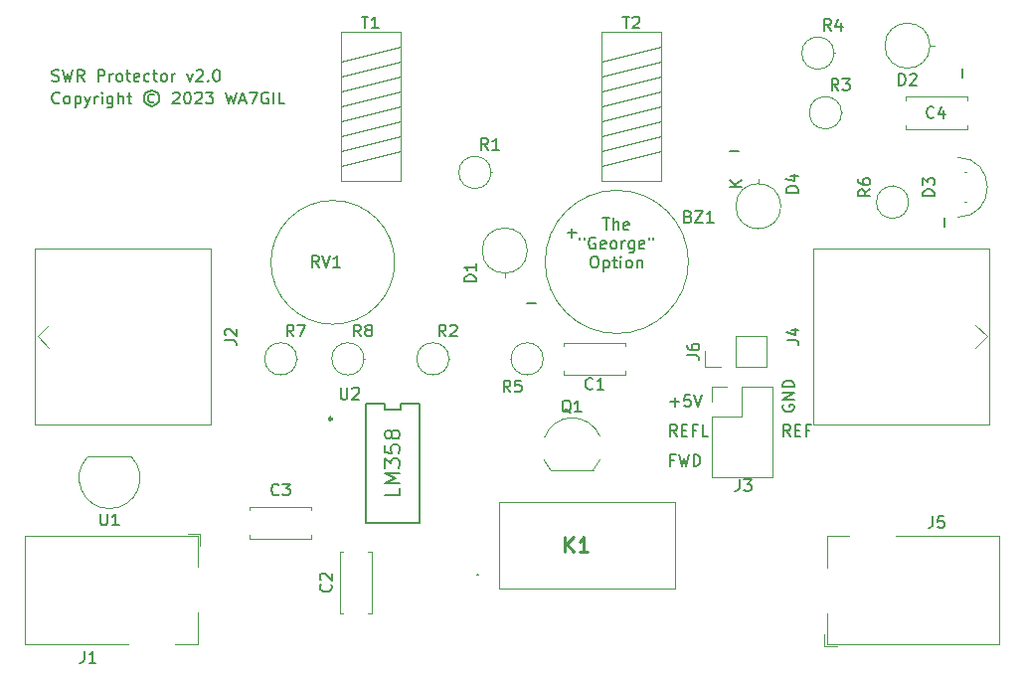
<source format=gbr>
G04 #@! TF.GenerationSoftware,KiCad,Pcbnew,7.0.2-0*
G04 #@! TF.CreationDate,2023-05-29T14:12:07-07:00*
G04 #@! TF.ProjectId,SWR Protector,53575220-5072-46f7-9465-63746f722e6b,v2.0*
G04 #@! TF.SameCoordinates,Original*
G04 #@! TF.FileFunction,Legend,Top*
G04 #@! TF.FilePolarity,Positive*
%FSLAX46Y46*%
G04 Gerber Fmt 4.6, Leading zero omitted, Abs format (unit mm)*
G04 Created by KiCad (PCBNEW 7.0.2-0) date 2023-05-29 14:12:07*
%MOMM*%
%LPD*%
G01*
G04 APERTURE LIST*
%ADD10C,0.150000*%
%ADD11C,0.254000*%
%ADD12C,0.120000*%
%ADD13C,0.200000*%
%ADD14C,0.100000*%
%ADD15C,0.250000*%
G04 APERTURE END LIST*
D10*
X162663333Y-92792619D02*
X163234761Y-92792619D01*
X162949047Y-93792619D02*
X162949047Y-92792619D01*
X163568095Y-93792619D02*
X163568095Y-92792619D01*
X163996666Y-93792619D02*
X163996666Y-93268809D01*
X163996666Y-93268809D02*
X163949047Y-93173571D01*
X163949047Y-93173571D02*
X163853809Y-93125952D01*
X163853809Y-93125952D02*
X163710952Y-93125952D01*
X163710952Y-93125952D02*
X163615714Y-93173571D01*
X163615714Y-93173571D02*
X163568095Y-93221190D01*
X164853809Y-93745000D02*
X164758571Y-93792619D01*
X164758571Y-93792619D02*
X164568095Y-93792619D01*
X164568095Y-93792619D02*
X164472857Y-93745000D01*
X164472857Y-93745000D02*
X164425238Y-93649761D01*
X164425238Y-93649761D02*
X164425238Y-93268809D01*
X164425238Y-93268809D02*
X164472857Y-93173571D01*
X164472857Y-93173571D02*
X164568095Y-93125952D01*
X164568095Y-93125952D02*
X164758571Y-93125952D01*
X164758571Y-93125952D02*
X164853809Y-93173571D01*
X164853809Y-93173571D02*
X164901428Y-93268809D01*
X164901428Y-93268809D02*
X164901428Y-93364047D01*
X164901428Y-93364047D02*
X164425238Y-93459285D01*
X160687142Y-94412619D02*
X160687142Y-94603095D01*
X161068094Y-94412619D02*
X161068094Y-94603095D01*
X162020475Y-94460238D02*
X161925237Y-94412619D01*
X161925237Y-94412619D02*
X161782380Y-94412619D01*
X161782380Y-94412619D02*
X161639523Y-94460238D01*
X161639523Y-94460238D02*
X161544285Y-94555476D01*
X161544285Y-94555476D02*
X161496666Y-94650714D01*
X161496666Y-94650714D02*
X161449047Y-94841190D01*
X161449047Y-94841190D02*
X161449047Y-94984047D01*
X161449047Y-94984047D02*
X161496666Y-95174523D01*
X161496666Y-95174523D02*
X161544285Y-95269761D01*
X161544285Y-95269761D02*
X161639523Y-95365000D01*
X161639523Y-95365000D02*
X161782380Y-95412619D01*
X161782380Y-95412619D02*
X161877618Y-95412619D01*
X161877618Y-95412619D02*
X162020475Y-95365000D01*
X162020475Y-95365000D02*
X162068094Y-95317380D01*
X162068094Y-95317380D02*
X162068094Y-94984047D01*
X162068094Y-94984047D02*
X161877618Y-94984047D01*
X162877618Y-95365000D02*
X162782380Y-95412619D01*
X162782380Y-95412619D02*
X162591904Y-95412619D01*
X162591904Y-95412619D02*
X162496666Y-95365000D01*
X162496666Y-95365000D02*
X162449047Y-95269761D01*
X162449047Y-95269761D02*
X162449047Y-94888809D01*
X162449047Y-94888809D02*
X162496666Y-94793571D01*
X162496666Y-94793571D02*
X162591904Y-94745952D01*
X162591904Y-94745952D02*
X162782380Y-94745952D01*
X162782380Y-94745952D02*
X162877618Y-94793571D01*
X162877618Y-94793571D02*
X162925237Y-94888809D01*
X162925237Y-94888809D02*
X162925237Y-94984047D01*
X162925237Y-94984047D02*
X162449047Y-95079285D01*
X163496666Y-95412619D02*
X163401428Y-95365000D01*
X163401428Y-95365000D02*
X163353809Y-95317380D01*
X163353809Y-95317380D02*
X163306190Y-95222142D01*
X163306190Y-95222142D02*
X163306190Y-94936428D01*
X163306190Y-94936428D02*
X163353809Y-94841190D01*
X163353809Y-94841190D02*
X163401428Y-94793571D01*
X163401428Y-94793571D02*
X163496666Y-94745952D01*
X163496666Y-94745952D02*
X163639523Y-94745952D01*
X163639523Y-94745952D02*
X163734761Y-94793571D01*
X163734761Y-94793571D02*
X163782380Y-94841190D01*
X163782380Y-94841190D02*
X163829999Y-94936428D01*
X163829999Y-94936428D02*
X163829999Y-95222142D01*
X163829999Y-95222142D02*
X163782380Y-95317380D01*
X163782380Y-95317380D02*
X163734761Y-95365000D01*
X163734761Y-95365000D02*
X163639523Y-95412619D01*
X163639523Y-95412619D02*
X163496666Y-95412619D01*
X164258571Y-95412619D02*
X164258571Y-94745952D01*
X164258571Y-94936428D02*
X164306190Y-94841190D01*
X164306190Y-94841190D02*
X164353809Y-94793571D01*
X164353809Y-94793571D02*
X164449047Y-94745952D01*
X164449047Y-94745952D02*
X164544285Y-94745952D01*
X165306190Y-94745952D02*
X165306190Y-95555476D01*
X165306190Y-95555476D02*
X165258571Y-95650714D01*
X165258571Y-95650714D02*
X165210952Y-95698333D01*
X165210952Y-95698333D02*
X165115714Y-95745952D01*
X165115714Y-95745952D02*
X164972857Y-95745952D01*
X164972857Y-95745952D02*
X164877619Y-95698333D01*
X165306190Y-95365000D02*
X165210952Y-95412619D01*
X165210952Y-95412619D02*
X165020476Y-95412619D01*
X165020476Y-95412619D02*
X164925238Y-95365000D01*
X164925238Y-95365000D02*
X164877619Y-95317380D01*
X164877619Y-95317380D02*
X164830000Y-95222142D01*
X164830000Y-95222142D02*
X164830000Y-94936428D01*
X164830000Y-94936428D02*
X164877619Y-94841190D01*
X164877619Y-94841190D02*
X164925238Y-94793571D01*
X164925238Y-94793571D02*
X165020476Y-94745952D01*
X165020476Y-94745952D02*
X165210952Y-94745952D01*
X165210952Y-94745952D02*
X165306190Y-94793571D01*
X166163333Y-95365000D02*
X166068095Y-95412619D01*
X166068095Y-95412619D02*
X165877619Y-95412619D01*
X165877619Y-95412619D02*
X165782381Y-95365000D01*
X165782381Y-95365000D02*
X165734762Y-95269761D01*
X165734762Y-95269761D02*
X165734762Y-94888809D01*
X165734762Y-94888809D02*
X165782381Y-94793571D01*
X165782381Y-94793571D02*
X165877619Y-94745952D01*
X165877619Y-94745952D02*
X166068095Y-94745952D01*
X166068095Y-94745952D02*
X166163333Y-94793571D01*
X166163333Y-94793571D02*
X166210952Y-94888809D01*
X166210952Y-94888809D02*
X166210952Y-94984047D01*
X166210952Y-94984047D02*
X165734762Y-95079285D01*
X166591905Y-94412619D02*
X166591905Y-94603095D01*
X166972857Y-94412619D02*
X166972857Y-94603095D01*
X161853809Y-96032619D02*
X162044285Y-96032619D01*
X162044285Y-96032619D02*
X162139523Y-96080238D01*
X162139523Y-96080238D02*
X162234761Y-96175476D01*
X162234761Y-96175476D02*
X162282380Y-96365952D01*
X162282380Y-96365952D02*
X162282380Y-96699285D01*
X162282380Y-96699285D02*
X162234761Y-96889761D01*
X162234761Y-96889761D02*
X162139523Y-96985000D01*
X162139523Y-96985000D02*
X162044285Y-97032619D01*
X162044285Y-97032619D02*
X161853809Y-97032619D01*
X161853809Y-97032619D02*
X161758571Y-96985000D01*
X161758571Y-96985000D02*
X161663333Y-96889761D01*
X161663333Y-96889761D02*
X161615714Y-96699285D01*
X161615714Y-96699285D02*
X161615714Y-96365952D01*
X161615714Y-96365952D02*
X161663333Y-96175476D01*
X161663333Y-96175476D02*
X161758571Y-96080238D01*
X161758571Y-96080238D02*
X161853809Y-96032619D01*
X162710952Y-96365952D02*
X162710952Y-97365952D01*
X162710952Y-96413571D02*
X162806190Y-96365952D01*
X162806190Y-96365952D02*
X162996666Y-96365952D01*
X162996666Y-96365952D02*
X163091904Y-96413571D01*
X163091904Y-96413571D02*
X163139523Y-96461190D01*
X163139523Y-96461190D02*
X163187142Y-96556428D01*
X163187142Y-96556428D02*
X163187142Y-96842142D01*
X163187142Y-96842142D02*
X163139523Y-96937380D01*
X163139523Y-96937380D02*
X163091904Y-96985000D01*
X163091904Y-96985000D02*
X162996666Y-97032619D01*
X162996666Y-97032619D02*
X162806190Y-97032619D01*
X162806190Y-97032619D02*
X162710952Y-96985000D01*
X163472857Y-96365952D02*
X163853809Y-96365952D01*
X163615714Y-96032619D02*
X163615714Y-96889761D01*
X163615714Y-96889761D02*
X163663333Y-96985000D01*
X163663333Y-96985000D02*
X163758571Y-97032619D01*
X163758571Y-97032619D02*
X163853809Y-97032619D01*
X164187143Y-97032619D02*
X164187143Y-96365952D01*
X164187143Y-96032619D02*
X164139524Y-96080238D01*
X164139524Y-96080238D02*
X164187143Y-96127857D01*
X164187143Y-96127857D02*
X164234762Y-96080238D01*
X164234762Y-96080238D02*
X164187143Y-96032619D01*
X164187143Y-96032619D02*
X164187143Y-96127857D01*
X164806190Y-97032619D02*
X164710952Y-96985000D01*
X164710952Y-96985000D02*
X164663333Y-96937380D01*
X164663333Y-96937380D02*
X164615714Y-96842142D01*
X164615714Y-96842142D02*
X164615714Y-96556428D01*
X164615714Y-96556428D02*
X164663333Y-96461190D01*
X164663333Y-96461190D02*
X164710952Y-96413571D01*
X164710952Y-96413571D02*
X164806190Y-96365952D01*
X164806190Y-96365952D02*
X164949047Y-96365952D01*
X164949047Y-96365952D02*
X165044285Y-96413571D01*
X165044285Y-96413571D02*
X165091904Y-96461190D01*
X165091904Y-96461190D02*
X165139523Y-96556428D01*
X165139523Y-96556428D02*
X165139523Y-96842142D01*
X165139523Y-96842142D02*
X165091904Y-96937380D01*
X165091904Y-96937380D02*
X165044285Y-96985000D01*
X165044285Y-96985000D02*
X164949047Y-97032619D01*
X164949047Y-97032619D02*
X164806190Y-97032619D01*
X165568095Y-96365952D02*
X165568095Y-97032619D01*
X165568095Y-96461190D02*
X165615714Y-96413571D01*
X165615714Y-96413571D02*
X165710952Y-96365952D01*
X165710952Y-96365952D02*
X165853809Y-96365952D01*
X165853809Y-96365952D02*
X165949047Y-96413571D01*
X165949047Y-96413571D02*
X165996666Y-96508809D01*
X165996666Y-96508809D02*
X165996666Y-97032619D01*
X193298666Y-80787904D02*
X193298666Y-80026000D01*
X191774666Y-93487904D02*
X191774666Y-92726000D01*
X173466095Y-87126666D02*
X174228000Y-87126666D01*
X168957523Y-111383619D02*
X168624190Y-110907428D01*
X168386095Y-111383619D02*
X168386095Y-110383619D01*
X168386095Y-110383619D02*
X168767047Y-110383619D01*
X168767047Y-110383619D02*
X168862285Y-110431238D01*
X168862285Y-110431238D02*
X168909904Y-110478857D01*
X168909904Y-110478857D02*
X168957523Y-110574095D01*
X168957523Y-110574095D02*
X168957523Y-110716952D01*
X168957523Y-110716952D02*
X168909904Y-110812190D01*
X168909904Y-110812190D02*
X168862285Y-110859809D01*
X168862285Y-110859809D02*
X168767047Y-110907428D01*
X168767047Y-110907428D02*
X168386095Y-110907428D01*
X169386095Y-110859809D02*
X169719428Y-110859809D01*
X169862285Y-111383619D02*
X169386095Y-111383619D01*
X169386095Y-111383619D02*
X169386095Y-110383619D01*
X169386095Y-110383619D02*
X169862285Y-110383619D01*
X170624190Y-110859809D02*
X170290857Y-110859809D01*
X170290857Y-111383619D02*
X170290857Y-110383619D01*
X170290857Y-110383619D02*
X170767047Y-110383619D01*
X171624190Y-111383619D02*
X171148000Y-111383619D01*
X171148000Y-111383619D02*
X171148000Y-110383619D01*
X168386095Y-108462666D02*
X169148000Y-108462666D01*
X168767047Y-108843619D02*
X168767047Y-108081714D01*
X170100380Y-107843619D02*
X169624190Y-107843619D01*
X169624190Y-107843619D02*
X169576571Y-108319809D01*
X169576571Y-108319809D02*
X169624190Y-108272190D01*
X169624190Y-108272190D02*
X169719428Y-108224571D01*
X169719428Y-108224571D02*
X169957523Y-108224571D01*
X169957523Y-108224571D02*
X170052761Y-108272190D01*
X170052761Y-108272190D02*
X170100380Y-108319809D01*
X170100380Y-108319809D02*
X170147999Y-108415047D01*
X170147999Y-108415047D02*
X170147999Y-108653142D01*
X170147999Y-108653142D02*
X170100380Y-108748380D01*
X170100380Y-108748380D02*
X170052761Y-108796000D01*
X170052761Y-108796000D02*
X169957523Y-108843619D01*
X169957523Y-108843619D02*
X169719428Y-108843619D01*
X169719428Y-108843619D02*
X169624190Y-108796000D01*
X169624190Y-108796000D02*
X169576571Y-108748380D01*
X170433714Y-107843619D02*
X170767047Y-108843619D01*
X170767047Y-108843619D02*
X171100380Y-107843619D01*
X116379523Y-82967380D02*
X116331904Y-83015000D01*
X116331904Y-83015000D02*
X116189047Y-83062619D01*
X116189047Y-83062619D02*
X116093809Y-83062619D01*
X116093809Y-83062619D02*
X115950952Y-83015000D01*
X115950952Y-83015000D02*
X115855714Y-82919761D01*
X115855714Y-82919761D02*
X115808095Y-82824523D01*
X115808095Y-82824523D02*
X115760476Y-82634047D01*
X115760476Y-82634047D02*
X115760476Y-82491190D01*
X115760476Y-82491190D02*
X115808095Y-82300714D01*
X115808095Y-82300714D02*
X115855714Y-82205476D01*
X115855714Y-82205476D02*
X115950952Y-82110238D01*
X115950952Y-82110238D02*
X116093809Y-82062619D01*
X116093809Y-82062619D02*
X116189047Y-82062619D01*
X116189047Y-82062619D02*
X116331904Y-82110238D01*
X116331904Y-82110238D02*
X116379523Y-82157857D01*
X116950952Y-83062619D02*
X116855714Y-83015000D01*
X116855714Y-83015000D02*
X116808095Y-82967380D01*
X116808095Y-82967380D02*
X116760476Y-82872142D01*
X116760476Y-82872142D02*
X116760476Y-82586428D01*
X116760476Y-82586428D02*
X116808095Y-82491190D01*
X116808095Y-82491190D02*
X116855714Y-82443571D01*
X116855714Y-82443571D02*
X116950952Y-82395952D01*
X116950952Y-82395952D02*
X117093809Y-82395952D01*
X117093809Y-82395952D02*
X117189047Y-82443571D01*
X117189047Y-82443571D02*
X117236666Y-82491190D01*
X117236666Y-82491190D02*
X117284285Y-82586428D01*
X117284285Y-82586428D02*
X117284285Y-82872142D01*
X117284285Y-82872142D02*
X117236666Y-82967380D01*
X117236666Y-82967380D02*
X117189047Y-83015000D01*
X117189047Y-83015000D02*
X117093809Y-83062619D01*
X117093809Y-83062619D02*
X116950952Y-83062619D01*
X117712857Y-82395952D02*
X117712857Y-83395952D01*
X117712857Y-82443571D02*
X117808095Y-82395952D01*
X117808095Y-82395952D02*
X117998571Y-82395952D01*
X117998571Y-82395952D02*
X118093809Y-82443571D01*
X118093809Y-82443571D02*
X118141428Y-82491190D01*
X118141428Y-82491190D02*
X118189047Y-82586428D01*
X118189047Y-82586428D02*
X118189047Y-82872142D01*
X118189047Y-82872142D02*
X118141428Y-82967380D01*
X118141428Y-82967380D02*
X118093809Y-83015000D01*
X118093809Y-83015000D02*
X117998571Y-83062619D01*
X117998571Y-83062619D02*
X117808095Y-83062619D01*
X117808095Y-83062619D02*
X117712857Y-83015000D01*
X118522381Y-82395952D02*
X118760476Y-83062619D01*
X118998571Y-82395952D02*
X118760476Y-83062619D01*
X118760476Y-83062619D02*
X118665238Y-83300714D01*
X118665238Y-83300714D02*
X118617619Y-83348333D01*
X118617619Y-83348333D02*
X118522381Y-83395952D01*
X119379524Y-83062619D02*
X119379524Y-82395952D01*
X119379524Y-82586428D02*
X119427143Y-82491190D01*
X119427143Y-82491190D02*
X119474762Y-82443571D01*
X119474762Y-82443571D02*
X119570000Y-82395952D01*
X119570000Y-82395952D02*
X119665238Y-82395952D01*
X119998572Y-83062619D02*
X119998572Y-82395952D01*
X119998572Y-82062619D02*
X119950953Y-82110238D01*
X119950953Y-82110238D02*
X119998572Y-82157857D01*
X119998572Y-82157857D02*
X120046191Y-82110238D01*
X120046191Y-82110238D02*
X119998572Y-82062619D01*
X119998572Y-82062619D02*
X119998572Y-82157857D01*
X120903333Y-82395952D02*
X120903333Y-83205476D01*
X120903333Y-83205476D02*
X120855714Y-83300714D01*
X120855714Y-83300714D02*
X120808095Y-83348333D01*
X120808095Y-83348333D02*
X120712857Y-83395952D01*
X120712857Y-83395952D02*
X120570000Y-83395952D01*
X120570000Y-83395952D02*
X120474762Y-83348333D01*
X120903333Y-83015000D02*
X120808095Y-83062619D01*
X120808095Y-83062619D02*
X120617619Y-83062619D01*
X120617619Y-83062619D02*
X120522381Y-83015000D01*
X120522381Y-83015000D02*
X120474762Y-82967380D01*
X120474762Y-82967380D02*
X120427143Y-82872142D01*
X120427143Y-82872142D02*
X120427143Y-82586428D01*
X120427143Y-82586428D02*
X120474762Y-82491190D01*
X120474762Y-82491190D02*
X120522381Y-82443571D01*
X120522381Y-82443571D02*
X120617619Y-82395952D01*
X120617619Y-82395952D02*
X120808095Y-82395952D01*
X120808095Y-82395952D02*
X120903333Y-82443571D01*
X121379524Y-83062619D02*
X121379524Y-82062619D01*
X121808095Y-83062619D02*
X121808095Y-82538809D01*
X121808095Y-82538809D02*
X121760476Y-82443571D01*
X121760476Y-82443571D02*
X121665238Y-82395952D01*
X121665238Y-82395952D02*
X121522381Y-82395952D01*
X121522381Y-82395952D02*
X121427143Y-82443571D01*
X121427143Y-82443571D02*
X121379524Y-82491190D01*
X122141429Y-82395952D02*
X122522381Y-82395952D01*
X122284286Y-82062619D02*
X122284286Y-82919761D01*
X122284286Y-82919761D02*
X122331905Y-83015000D01*
X122331905Y-83015000D02*
X122427143Y-83062619D01*
X122427143Y-83062619D02*
X122522381Y-83062619D01*
X124427144Y-82300714D02*
X124331905Y-82253095D01*
X124331905Y-82253095D02*
X124141429Y-82253095D01*
X124141429Y-82253095D02*
X124046191Y-82300714D01*
X124046191Y-82300714D02*
X123950953Y-82395952D01*
X123950953Y-82395952D02*
X123903334Y-82491190D01*
X123903334Y-82491190D02*
X123903334Y-82681666D01*
X123903334Y-82681666D02*
X123950953Y-82776904D01*
X123950953Y-82776904D02*
X124046191Y-82872142D01*
X124046191Y-82872142D02*
X124141429Y-82919761D01*
X124141429Y-82919761D02*
X124331905Y-82919761D01*
X124331905Y-82919761D02*
X124427144Y-82872142D01*
X124236667Y-81919761D02*
X123998572Y-81967380D01*
X123998572Y-81967380D02*
X123760477Y-82110238D01*
X123760477Y-82110238D02*
X123617620Y-82348333D01*
X123617620Y-82348333D02*
X123570001Y-82586428D01*
X123570001Y-82586428D02*
X123617620Y-82824523D01*
X123617620Y-82824523D02*
X123760477Y-83062619D01*
X123760477Y-83062619D02*
X123998572Y-83205476D01*
X123998572Y-83205476D02*
X124236667Y-83253095D01*
X124236667Y-83253095D02*
X124474763Y-83205476D01*
X124474763Y-83205476D02*
X124712858Y-83062619D01*
X124712858Y-83062619D02*
X124855715Y-82824523D01*
X124855715Y-82824523D02*
X124903334Y-82586428D01*
X124903334Y-82586428D02*
X124855715Y-82348333D01*
X124855715Y-82348333D02*
X124712858Y-82110238D01*
X124712858Y-82110238D02*
X124474763Y-81967380D01*
X124474763Y-81967380D02*
X124236667Y-81919761D01*
X126046192Y-82157857D02*
X126093811Y-82110238D01*
X126093811Y-82110238D02*
X126189049Y-82062619D01*
X126189049Y-82062619D02*
X126427144Y-82062619D01*
X126427144Y-82062619D02*
X126522382Y-82110238D01*
X126522382Y-82110238D02*
X126570001Y-82157857D01*
X126570001Y-82157857D02*
X126617620Y-82253095D01*
X126617620Y-82253095D02*
X126617620Y-82348333D01*
X126617620Y-82348333D02*
X126570001Y-82491190D01*
X126570001Y-82491190D02*
X125998573Y-83062619D01*
X125998573Y-83062619D02*
X126617620Y-83062619D01*
X127236668Y-82062619D02*
X127331906Y-82062619D01*
X127331906Y-82062619D02*
X127427144Y-82110238D01*
X127427144Y-82110238D02*
X127474763Y-82157857D01*
X127474763Y-82157857D02*
X127522382Y-82253095D01*
X127522382Y-82253095D02*
X127570001Y-82443571D01*
X127570001Y-82443571D02*
X127570001Y-82681666D01*
X127570001Y-82681666D02*
X127522382Y-82872142D01*
X127522382Y-82872142D02*
X127474763Y-82967380D01*
X127474763Y-82967380D02*
X127427144Y-83015000D01*
X127427144Y-83015000D02*
X127331906Y-83062619D01*
X127331906Y-83062619D02*
X127236668Y-83062619D01*
X127236668Y-83062619D02*
X127141430Y-83015000D01*
X127141430Y-83015000D02*
X127093811Y-82967380D01*
X127093811Y-82967380D02*
X127046192Y-82872142D01*
X127046192Y-82872142D02*
X126998573Y-82681666D01*
X126998573Y-82681666D02*
X126998573Y-82443571D01*
X126998573Y-82443571D02*
X127046192Y-82253095D01*
X127046192Y-82253095D02*
X127093811Y-82157857D01*
X127093811Y-82157857D02*
X127141430Y-82110238D01*
X127141430Y-82110238D02*
X127236668Y-82062619D01*
X127950954Y-82157857D02*
X127998573Y-82110238D01*
X127998573Y-82110238D02*
X128093811Y-82062619D01*
X128093811Y-82062619D02*
X128331906Y-82062619D01*
X128331906Y-82062619D02*
X128427144Y-82110238D01*
X128427144Y-82110238D02*
X128474763Y-82157857D01*
X128474763Y-82157857D02*
X128522382Y-82253095D01*
X128522382Y-82253095D02*
X128522382Y-82348333D01*
X128522382Y-82348333D02*
X128474763Y-82491190D01*
X128474763Y-82491190D02*
X127903335Y-83062619D01*
X127903335Y-83062619D02*
X128522382Y-83062619D01*
X128855716Y-82062619D02*
X129474763Y-82062619D01*
X129474763Y-82062619D02*
X129141430Y-82443571D01*
X129141430Y-82443571D02*
X129284287Y-82443571D01*
X129284287Y-82443571D02*
X129379525Y-82491190D01*
X129379525Y-82491190D02*
X129427144Y-82538809D01*
X129427144Y-82538809D02*
X129474763Y-82634047D01*
X129474763Y-82634047D02*
X129474763Y-82872142D01*
X129474763Y-82872142D02*
X129427144Y-82967380D01*
X129427144Y-82967380D02*
X129379525Y-83015000D01*
X129379525Y-83015000D02*
X129284287Y-83062619D01*
X129284287Y-83062619D02*
X128998573Y-83062619D01*
X128998573Y-83062619D02*
X128903335Y-83015000D01*
X128903335Y-83015000D02*
X128855716Y-82967380D01*
X130570002Y-82062619D02*
X130808097Y-83062619D01*
X130808097Y-83062619D02*
X130998573Y-82348333D01*
X130998573Y-82348333D02*
X131189049Y-83062619D01*
X131189049Y-83062619D02*
X131427145Y-82062619D01*
X131760478Y-82776904D02*
X132236668Y-82776904D01*
X131665240Y-83062619D02*
X131998573Y-82062619D01*
X131998573Y-82062619D02*
X132331906Y-83062619D01*
X132570002Y-82062619D02*
X133236668Y-82062619D01*
X133236668Y-82062619D02*
X132808097Y-83062619D01*
X134141430Y-82110238D02*
X134046192Y-82062619D01*
X134046192Y-82062619D02*
X133903335Y-82062619D01*
X133903335Y-82062619D02*
X133760478Y-82110238D01*
X133760478Y-82110238D02*
X133665240Y-82205476D01*
X133665240Y-82205476D02*
X133617621Y-82300714D01*
X133617621Y-82300714D02*
X133570002Y-82491190D01*
X133570002Y-82491190D02*
X133570002Y-82634047D01*
X133570002Y-82634047D02*
X133617621Y-82824523D01*
X133617621Y-82824523D02*
X133665240Y-82919761D01*
X133665240Y-82919761D02*
X133760478Y-83015000D01*
X133760478Y-83015000D02*
X133903335Y-83062619D01*
X133903335Y-83062619D02*
X133998573Y-83062619D01*
X133998573Y-83062619D02*
X134141430Y-83015000D01*
X134141430Y-83015000D02*
X134189049Y-82967380D01*
X134189049Y-82967380D02*
X134189049Y-82634047D01*
X134189049Y-82634047D02*
X133998573Y-82634047D01*
X134617621Y-83062619D02*
X134617621Y-82062619D01*
X135570001Y-83062619D02*
X135093811Y-83062619D01*
X135093811Y-83062619D02*
X135093811Y-82062619D01*
X177995238Y-108712095D02*
X177947619Y-108807333D01*
X177947619Y-108807333D02*
X177947619Y-108950190D01*
X177947619Y-108950190D02*
X177995238Y-109093047D01*
X177995238Y-109093047D02*
X178090476Y-109188285D01*
X178090476Y-109188285D02*
X178185714Y-109235904D01*
X178185714Y-109235904D02*
X178376190Y-109283523D01*
X178376190Y-109283523D02*
X178519047Y-109283523D01*
X178519047Y-109283523D02*
X178709523Y-109235904D01*
X178709523Y-109235904D02*
X178804761Y-109188285D01*
X178804761Y-109188285D02*
X178900000Y-109093047D01*
X178900000Y-109093047D02*
X178947619Y-108950190D01*
X178947619Y-108950190D02*
X178947619Y-108854952D01*
X178947619Y-108854952D02*
X178900000Y-108712095D01*
X178900000Y-108712095D02*
X178852380Y-108664476D01*
X178852380Y-108664476D02*
X178519047Y-108664476D01*
X178519047Y-108664476D02*
X178519047Y-108854952D01*
X178947619Y-108235904D02*
X177947619Y-108235904D01*
X177947619Y-108235904D02*
X178947619Y-107664476D01*
X178947619Y-107664476D02*
X177947619Y-107664476D01*
X178947619Y-107188285D02*
X177947619Y-107188285D01*
X177947619Y-107188285D02*
X177947619Y-106950190D01*
X177947619Y-106950190D02*
X177995238Y-106807333D01*
X177995238Y-106807333D02*
X178090476Y-106712095D01*
X178090476Y-106712095D02*
X178185714Y-106664476D01*
X178185714Y-106664476D02*
X178376190Y-106616857D01*
X178376190Y-106616857D02*
X178519047Y-106616857D01*
X178519047Y-106616857D02*
X178709523Y-106664476D01*
X178709523Y-106664476D02*
X178804761Y-106712095D01*
X178804761Y-106712095D02*
X178900000Y-106807333D01*
X178900000Y-106807333D02*
X178947619Y-106950190D01*
X178947619Y-106950190D02*
X178947619Y-107188285D01*
X178609523Y-111383619D02*
X178276190Y-110907428D01*
X178038095Y-111383619D02*
X178038095Y-110383619D01*
X178038095Y-110383619D02*
X178419047Y-110383619D01*
X178419047Y-110383619D02*
X178514285Y-110431238D01*
X178514285Y-110431238D02*
X178561904Y-110478857D01*
X178561904Y-110478857D02*
X178609523Y-110574095D01*
X178609523Y-110574095D02*
X178609523Y-110716952D01*
X178609523Y-110716952D02*
X178561904Y-110812190D01*
X178561904Y-110812190D02*
X178514285Y-110859809D01*
X178514285Y-110859809D02*
X178419047Y-110907428D01*
X178419047Y-110907428D02*
X178038095Y-110907428D01*
X179038095Y-110859809D02*
X179371428Y-110859809D01*
X179514285Y-111383619D02*
X179038095Y-111383619D01*
X179038095Y-111383619D02*
X179038095Y-110383619D01*
X179038095Y-110383619D02*
X179514285Y-110383619D01*
X180276190Y-110859809D02*
X179942857Y-110859809D01*
X179942857Y-111383619D02*
X179942857Y-110383619D01*
X179942857Y-110383619D02*
X180419047Y-110383619D01*
X168719428Y-113399809D02*
X168386095Y-113399809D01*
X168386095Y-113923619D02*
X168386095Y-112923619D01*
X168386095Y-112923619D02*
X168862285Y-112923619D01*
X169148000Y-112923619D02*
X169386095Y-113923619D01*
X169386095Y-113923619D02*
X169576571Y-113209333D01*
X169576571Y-113209333D02*
X169767047Y-113923619D01*
X169767047Y-113923619D02*
X170005143Y-112923619D01*
X170386095Y-113923619D02*
X170386095Y-112923619D01*
X170386095Y-112923619D02*
X170624190Y-112923619D01*
X170624190Y-112923619D02*
X170767047Y-112971238D01*
X170767047Y-112971238D02*
X170862285Y-113066476D01*
X170862285Y-113066476D02*
X170909904Y-113161714D01*
X170909904Y-113161714D02*
X170957523Y-113352190D01*
X170957523Y-113352190D02*
X170957523Y-113495047D01*
X170957523Y-113495047D02*
X170909904Y-113685523D01*
X170909904Y-113685523D02*
X170862285Y-113780761D01*
X170862285Y-113780761D02*
X170767047Y-113876000D01*
X170767047Y-113876000D02*
X170624190Y-113923619D01*
X170624190Y-113923619D02*
X170386095Y-113923619D01*
X115760476Y-81110000D02*
X115903333Y-81157619D01*
X115903333Y-81157619D02*
X116141428Y-81157619D01*
X116141428Y-81157619D02*
X116236666Y-81110000D01*
X116236666Y-81110000D02*
X116284285Y-81062380D01*
X116284285Y-81062380D02*
X116331904Y-80967142D01*
X116331904Y-80967142D02*
X116331904Y-80871904D01*
X116331904Y-80871904D02*
X116284285Y-80776666D01*
X116284285Y-80776666D02*
X116236666Y-80729047D01*
X116236666Y-80729047D02*
X116141428Y-80681428D01*
X116141428Y-80681428D02*
X115950952Y-80633809D01*
X115950952Y-80633809D02*
X115855714Y-80586190D01*
X115855714Y-80586190D02*
X115808095Y-80538571D01*
X115808095Y-80538571D02*
X115760476Y-80443333D01*
X115760476Y-80443333D02*
X115760476Y-80348095D01*
X115760476Y-80348095D02*
X115808095Y-80252857D01*
X115808095Y-80252857D02*
X115855714Y-80205238D01*
X115855714Y-80205238D02*
X115950952Y-80157619D01*
X115950952Y-80157619D02*
X116189047Y-80157619D01*
X116189047Y-80157619D02*
X116331904Y-80205238D01*
X116665238Y-80157619D02*
X116903333Y-81157619D01*
X116903333Y-81157619D02*
X117093809Y-80443333D01*
X117093809Y-80443333D02*
X117284285Y-81157619D01*
X117284285Y-81157619D02*
X117522381Y-80157619D01*
X118474761Y-81157619D02*
X118141428Y-80681428D01*
X117903333Y-81157619D02*
X117903333Y-80157619D01*
X117903333Y-80157619D02*
X118284285Y-80157619D01*
X118284285Y-80157619D02*
X118379523Y-80205238D01*
X118379523Y-80205238D02*
X118427142Y-80252857D01*
X118427142Y-80252857D02*
X118474761Y-80348095D01*
X118474761Y-80348095D02*
X118474761Y-80490952D01*
X118474761Y-80490952D02*
X118427142Y-80586190D01*
X118427142Y-80586190D02*
X118379523Y-80633809D01*
X118379523Y-80633809D02*
X118284285Y-80681428D01*
X118284285Y-80681428D02*
X117903333Y-80681428D01*
X119665238Y-81157619D02*
X119665238Y-80157619D01*
X119665238Y-80157619D02*
X120046190Y-80157619D01*
X120046190Y-80157619D02*
X120141428Y-80205238D01*
X120141428Y-80205238D02*
X120189047Y-80252857D01*
X120189047Y-80252857D02*
X120236666Y-80348095D01*
X120236666Y-80348095D02*
X120236666Y-80490952D01*
X120236666Y-80490952D02*
X120189047Y-80586190D01*
X120189047Y-80586190D02*
X120141428Y-80633809D01*
X120141428Y-80633809D02*
X120046190Y-80681428D01*
X120046190Y-80681428D02*
X119665238Y-80681428D01*
X120665238Y-81157619D02*
X120665238Y-80490952D01*
X120665238Y-80681428D02*
X120712857Y-80586190D01*
X120712857Y-80586190D02*
X120760476Y-80538571D01*
X120760476Y-80538571D02*
X120855714Y-80490952D01*
X120855714Y-80490952D02*
X120950952Y-80490952D01*
X121427143Y-81157619D02*
X121331905Y-81110000D01*
X121331905Y-81110000D02*
X121284286Y-81062380D01*
X121284286Y-81062380D02*
X121236667Y-80967142D01*
X121236667Y-80967142D02*
X121236667Y-80681428D01*
X121236667Y-80681428D02*
X121284286Y-80586190D01*
X121284286Y-80586190D02*
X121331905Y-80538571D01*
X121331905Y-80538571D02*
X121427143Y-80490952D01*
X121427143Y-80490952D02*
X121570000Y-80490952D01*
X121570000Y-80490952D02*
X121665238Y-80538571D01*
X121665238Y-80538571D02*
X121712857Y-80586190D01*
X121712857Y-80586190D02*
X121760476Y-80681428D01*
X121760476Y-80681428D02*
X121760476Y-80967142D01*
X121760476Y-80967142D02*
X121712857Y-81062380D01*
X121712857Y-81062380D02*
X121665238Y-81110000D01*
X121665238Y-81110000D02*
X121570000Y-81157619D01*
X121570000Y-81157619D02*
X121427143Y-81157619D01*
X122046191Y-80490952D02*
X122427143Y-80490952D01*
X122189048Y-80157619D02*
X122189048Y-81014761D01*
X122189048Y-81014761D02*
X122236667Y-81110000D01*
X122236667Y-81110000D02*
X122331905Y-81157619D01*
X122331905Y-81157619D02*
X122427143Y-81157619D01*
X123141429Y-81110000D02*
X123046191Y-81157619D01*
X123046191Y-81157619D02*
X122855715Y-81157619D01*
X122855715Y-81157619D02*
X122760477Y-81110000D01*
X122760477Y-81110000D02*
X122712858Y-81014761D01*
X122712858Y-81014761D02*
X122712858Y-80633809D01*
X122712858Y-80633809D02*
X122760477Y-80538571D01*
X122760477Y-80538571D02*
X122855715Y-80490952D01*
X122855715Y-80490952D02*
X123046191Y-80490952D01*
X123046191Y-80490952D02*
X123141429Y-80538571D01*
X123141429Y-80538571D02*
X123189048Y-80633809D01*
X123189048Y-80633809D02*
X123189048Y-80729047D01*
X123189048Y-80729047D02*
X122712858Y-80824285D01*
X124046191Y-81110000D02*
X123950953Y-81157619D01*
X123950953Y-81157619D02*
X123760477Y-81157619D01*
X123760477Y-81157619D02*
X123665239Y-81110000D01*
X123665239Y-81110000D02*
X123617620Y-81062380D01*
X123617620Y-81062380D02*
X123570001Y-80967142D01*
X123570001Y-80967142D02*
X123570001Y-80681428D01*
X123570001Y-80681428D02*
X123617620Y-80586190D01*
X123617620Y-80586190D02*
X123665239Y-80538571D01*
X123665239Y-80538571D02*
X123760477Y-80490952D01*
X123760477Y-80490952D02*
X123950953Y-80490952D01*
X123950953Y-80490952D02*
X124046191Y-80538571D01*
X124331906Y-80490952D02*
X124712858Y-80490952D01*
X124474763Y-80157619D02*
X124474763Y-81014761D01*
X124474763Y-81014761D02*
X124522382Y-81110000D01*
X124522382Y-81110000D02*
X124617620Y-81157619D01*
X124617620Y-81157619D02*
X124712858Y-81157619D01*
X125189049Y-81157619D02*
X125093811Y-81110000D01*
X125093811Y-81110000D02*
X125046192Y-81062380D01*
X125046192Y-81062380D02*
X124998573Y-80967142D01*
X124998573Y-80967142D02*
X124998573Y-80681428D01*
X124998573Y-80681428D02*
X125046192Y-80586190D01*
X125046192Y-80586190D02*
X125093811Y-80538571D01*
X125093811Y-80538571D02*
X125189049Y-80490952D01*
X125189049Y-80490952D02*
X125331906Y-80490952D01*
X125331906Y-80490952D02*
X125427144Y-80538571D01*
X125427144Y-80538571D02*
X125474763Y-80586190D01*
X125474763Y-80586190D02*
X125522382Y-80681428D01*
X125522382Y-80681428D02*
X125522382Y-80967142D01*
X125522382Y-80967142D02*
X125474763Y-81062380D01*
X125474763Y-81062380D02*
X125427144Y-81110000D01*
X125427144Y-81110000D02*
X125331906Y-81157619D01*
X125331906Y-81157619D02*
X125189049Y-81157619D01*
X125950954Y-81157619D02*
X125950954Y-80490952D01*
X125950954Y-80681428D02*
X125998573Y-80586190D01*
X125998573Y-80586190D02*
X126046192Y-80538571D01*
X126046192Y-80538571D02*
X126141430Y-80490952D01*
X126141430Y-80490952D02*
X126236668Y-80490952D01*
X127236669Y-80490952D02*
X127474764Y-81157619D01*
X127474764Y-81157619D02*
X127712859Y-80490952D01*
X128046193Y-80252857D02*
X128093812Y-80205238D01*
X128093812Y-80205238D02*
X128189050Y-80157619D01*
X128189050Y-80157619D02*
X128427145Y-80157619D01*
X128427145Y-80157619D02*
X128522383Y-80205238D01*
X128522383Y-80205238D02*
X128570002Y-80252857D01*
X128570002Y-80252857D02*
X128617621Y-80348095D01*
X128617621Y-80348095D02*
X128617621Y-80443333D01*
X128617621Y-80443333D02*
X128570002Y-80586190D01*
X128570002Y-80586190D02*
X127998574Y-81157619D01*
X127998574Y-81157619D02*
X128617621Y-81157619D01*
X129046193Y-81062380D02*
X129093812Y-81110000D01*
X129093812Y-81110000D02*
X129046193Y-81157619D01*
X129046193Y-81157619D02*
X128998574Y-81110000D01*
X128998574Y-81110000D02*
X129046193Y-81062380D01*
X129046193Y-81062380D02*
X129046193Y-81157619D01*
X129712859Y-80157619D02*
X129808097Y-80157619D01*
X129808097Y-80157619D02*
X129903335Y-80205238D01*
X129903335Y-80205238D02*
X129950954Y-80252857D01*
X129950954Y-80252857D02*
X129998573Y-80348095D01*
X129998573Y-80348095D02*
X130046192Y-80538571D01*
X130046192Y-80538571D02*
X130046192Y-80776666D01*
X130046192Y-80776666D02*
X129998573Y-80967142D01*
X129998573Y-80967142D02*
X129950954Y-81062380D01*
X129950954Y-81062380D02*
X129903335Y-81110000D01*
X129903335Y-81110000D02*
X129808097Y-81157619D01*
X129808097Y-81157619D02*
X129712859Y-81157619D01*
X129712859Y-81157619D02*
X129617621Y-81110000D01*
X129617621Y-81110000D02*
X129570002Y-81062380D01*
X129570002Y-81062380D02*
X129522383Y-80967142D01*
X129522383Y-80967142D02*
X129474764Y-80776666D01*
X129474764Y-80776666D02*
X129474764Y-80538571D01*
X129474764Y-80538571D02*
X129522383Y-80348095D01*
X129522383Y-80348095D02*
X129570002Y-80252857D01*
X129570002Y-80252857D02*
X129617621Y-80205238D01*
X129617621Y-80205238D02*
X129712859Y-80157619D01*
X156194095Y-100080666D02*
X156956000Y-100080666D01*
X190841333Y-84187380D02*
X190793714Y-84235000D01*
X190793714Y-84235000D02*
X190650857Y-84282619D01*
X190650857Y-84282619D02*
X190555619Y-84282619D01*
X190555619Y-84282619D02*
X190412762Y-84235000D01*
X190412762Y-84235000D02*
X190317524Y-84139761D01*
X190317524Y-84139761D02*
X190269905Y-84044523D01*
X190269905Y-84044523D02*
X190222286Y-83854047D01*
X190222286Y-83854047D02*
X190222286Y-83711190D01*
X190222286Y-83711190D02*
X190269905Y-83520714D01*
X190269905Y-83520714D02*
X190317524Y-83425476D01*
X190317524Y-83425476D02*
X190412762Y-83330238D01*
X190412762Y-83330238D02*
X190555619Y-83282619D01*
X190555619Y-83282619D02*
X190650857Y-83282619D01*
X190650857Y-83282619D02*
X190793714Y-83330238D01*
X190793714Y-83330238D02*
X190841333Y-83377857D01*
X191698476Y-83615952D02*
X191698476Y-84282619D01*
X191460381Y-83235000D02*
X191222286Y-83949285D01*
X191222286Y-83949285D02*
X191841333Y-83949285D01*
X154773333Y-107607619D02*
X154440000Y-107131428D01*
X154201905Y-107607619D02*
X154201905Y-106607619D01*
X154201905Y-106607619D02*
X154582857Y-106607619D01*
X154582857Y-106607619D02*
X154678095Y-106655238D01*
X154678095Y-106655238D02*
X154725714Y-106702857D01*
X154725714Y-106702857D02*
X154773333Y-106798095D01*
X154773333Y-106798095D02*
X154773333Y-106940952D01*
X154773333Y-106940952D02*
X154725714Y-107036190D01*
X154725714Y-107036190D02*
X154678095Y-107083809D01*
X154678095Y-107083809D02*
X154582857Y-107131428D01*
X154582857Y-107131428D02*
X154201905Y-107131428D01*
X155678095Y-106607619D02*
X155201905Y-106607619D01*
X155201905Y-106607619D02*
X155154286Y-107083809D01*
X155154286Y-107083809D02*
X155201905Y-107036190D01*
X155201905Y-107036190D02*
X155297143Y-106988571D01*
X155297143Y-106988571D02*
X155535238Y-106988571D01*
X155535238Y-106988571D02*
X155630476Y-107036190D01*
X155630476Y-107036190D02*
X155678095Y-107083809D01*
X155678095Y-107083809D02*
X155725714Y-107179047D01*
X155725714Y-107179047D02*
X155725714Y-107417142D01*
X155725714Y-107417142D02*
X155678095Y-107512380D01*
X155678095Y-107512380D02*
X155630476Y-107560000D01*
X155630476Y-107560000D02*
X155535238Y-107607619D01*
X155535238Y-107607619D02*
X155297143Y-107607619D01*
X155297143Y-107607619D02*
X155201905Y-107560000D01*
X155201905Y-107560000D02*
X155154286Y-107512380D01*
X182078333Y-76832619D02*
X181745000Y-76356428D01*
X181506905Y-76832619D02*
X181506905Y-75832619D01*
X181506905Y-75832619D02*
X181887857Y-75832619D01*
X181887857Y-75832619D02*
X181983095Y-75880238D01*
X181983095Y-75880238D02*
X182030714Y-75927857D01*
X182030714Y-75927857D02*
X182078333Y-76023095D01*
X182078333Y-76023095D02*
X182078333Y-76165952D01*
X182078333Y-76165952D02*
X182030714Y-76261190D01*
X182030714Y-76261190D02*
X181983095Y-76308809D01*
X181983095Y-76308809D02*
X181887857Y-76356428D01*
X181887857Y-76356428D02*
X181506905Y-76356428D01*
X182935476Y-76165952D02*
X182935476Y-76832619D01*
X182697381Y-75785000D02*
X182459286Y-76499285D01*
X182459286Y-76499285D02*
X183078333Y-76499285D01*
X152868333Y-86992619D02*
X152535000Y-86516428D01*
X152296905Y-86992619D02*
X152296905Y-85992619D01*
X152296905Y-85992619D02*
X152677857Y-85992619D01*
X152677857Y-85992619D02*
X152773095Y-86040238D01*
X152773095Y-86040238D02*
X152820714Y-86087857D01*
X152820714Y-86087857D02*
X152868333Y-86183095D01*
X152868333Y-86183095D02*
X152868333Y-86325952D01*
X152868333Y-86325952D02*
X152820714Y-86421190D01*
X152820714Y-86421190D02*
X152773095Y-86468809D01*
X152773095Y-86468809D02*
X152677857Y-86516428D01*
X152677857Y-86516428D02*
X152296905Y-86516428D01*
X153820714Y-86992619D02*
X153249286Y-86992619D01*
X153535000Y-86992619D02*
X153535000Y-85992619D01*
X153535000Y-85992619D02*
X153439762Y-86135476D01*
X153439762Y-86135476D02*
X153344524Y-86230714D01*
X153344524Y-86230714D02*
X153249286Y-86278333D01*
X139472380Y-123991666D02*
X139520000Y-124039285D01*
X139520000Y-124039285D02*
X139567619Y-124182142D01*
X139567619Y-124182142D02*
X139567619Y-124277380D01*
X139567619Y-124277380D02*
X139520000Y-124420237D01*
X139520000Y-124420237D02*
X139424761Y-124515475D01*
X139424761Y-124515475D02*
X139329523Y-124563094D01*
X139329523Y-124563094D02*
X139139047Y-124610713D01*
X139139047Y-124610713D02*
X138996190Y-124610713D01*
X138996190Y-124610713D02*
X138805714Y-124563094D01*
X138805714Y-124563094D02*
X138710476Y-124515475D01*
X138710476Y-124515475D02*
X138615238Y-124420237D01*
X138615238Y-124420237D02*
X138567619Y-124277380D01*
X138567619Y-124277380D02*
X138567619Y-124182142D01*
X138567619Y-124182142D02*
X138615238Y-124039285D01*
X138615238Y-124039285D02*
X138662857Y-123991666D01*
X138662857Y-123610713D02*
X138615238Y-123563094D01*
X138615238Y-123563094D02*
X138567619Y-123467856D01*
X138567619Y-123467856D02*
X138567619Y-123229761D01*
X138567619Y-123229761D02*
X138615238Y-123134523D01*
X138615238Y-123134523D02*
X138662857Y-123086904D01*
X138662857Y-123086904D02*
X138758095Y-123039285D01*
X138758095Y-123039285D02*
X138853333Y-123039285D01*
X138853333Y-123039285D02*
X138996190Y-123086904D01*
X138996190Y-123086904D02*
X139567619Y-123658332D01*
X139567619Y-123658332D02*
X139567619Y-123039285D01*
X164338095Y-75622619D02*
X164909523Y-75622619D01*
X164623809Y-76622619D02*
X164623809Y-75622619D01*
X165195238Y-75717857D02*
X165242857Y-75670238D01*
X165242857Y-75670238D02*
X165338095Y-75622619D01*
X165338095Y-75622619D02*
X165576190Y-75622619D01*
X165576190Y-75622619D02*
X165671428Y-75670238D01*
X165671428Y-75670238D02*
X165719047Y-75717857D01*
X165719047Y-75717857D02*
X165766666Y-75813095D01*
X165766666Y-75813095D02*
X165766666Y-75908333D01*
X165766666Y-75908333D02*
X165719047Y-76051190D01*
X165719047Y-76051190D02*
X165147619Y-76622619D01*
X165147619Y-76622619D02*
X165766666Y-76622619D01*
X178342619Y-103203333D02*
X179056904Y-103203333D01*
X179056904Y-103203333D02*
X179199761Y-103250952D01*
X179199761Y-103250952D02*
X179295000Y-103346190D01*
X179295000Y-103346190D02*
X179342619Y-103489047D01*
X179342619Y-103489047D02*
X179342619Y-103584285D01*
X178675952Y-102298571D02*
X179342619Y-102298571D01*
X178295000Y-102536666D02*
X179009285Y-102774761D01*
X179009285Y-102774761D02*
X179009285Y-102155714D01*
D11*
X159427618Y-121237526D02*
X159427618Y-119967526D01*
X160153333Y-121237526D02*
X159609047Y-120511811D01*
X160153333Y-119967526D02*
X159427618Y-120693240D01*
X161362857Y-121237526D02*
X160637142Y-121237526D01*
X160999999Y-121237526D02*
X160999999Y-119967526D01*
X160999999Y-119967526D02*
X160879047Y-120148954D01*
X160879047Y-120148954D02*
X160758095Y-120269907D01*
X160758095Y-120269907D02*
X160637142Y-120330383D01*
D10*
X142113095Y-75622619D02*
X142684523Y-75622619D01*
X142398809Y-76622619D02*
X142398809Y-75622619D01*
X143541666Y-76622619D02*
X142970238Y-76622619D01*
X143255952Y-76622619D02*
X143255952Y-75622619D01*
X143255952Y-75622619D02*
X143160714Y-75765476D01*
X143160714Y-75765476D02*
X143065476Y-75860714D01*
X143065476Y-75860714D02*
X142970238Y-75908333D01*
X169847619Y-104473333D02*
X170561904Y-104473333D01*
X170561904Y-104473333D02*
X170704761Y-104520952D01*
X170704761Y-104520952D02*
X170800000Y-104616190D01*
X170800000Y-104616190D02*
X170847619Y-104759047D01*
X170847619Y-104759047D02*
X170847619Y-104854285D01*
X169847619Y-103568571D02*
X169847619Y-103759047D01*
X169847619Y-103759047D02*
X169895238Y-103854285D01*
X169895238Y-103854285D02*
X169942857Y-103901904D01*
X169942857Y-103901904D02*
X170085714Y-103997142D01*
X170085714Y-103997142D02*
X170276190Y-104044761D01*
X170276190Y-104044761D02*
X170657142Y-104044761D01*
X170657142Y-104044761D02*
X170752380Y-103997142D01*
X170752380Y-103997142D02*
X170800000Y-103949523D01*
X170800000Y-103949523D02*
X170847619Y-103854285D01*
X170847619Y-103854285D02*
X170847619Y-103663809D01*
X170847619Y-103663809D02*
X170800000Y-103568571D01*
X170800000Y-103568571D02*
X170752380Y-103520952D01*
X170752380Y-103520952D02*
X170657142Y-103473333D01*
X170657142Y-103473333D02*
X170419047Y-103473333D01*
X170419047Y-103473333D02*
X170323809Y-103520952D01*
X170323809Y-103520952D02*
X170276190Y-103568571D01*
X170276190Y-103568571D02*
X170228571Y-103663809D01*
X170228571Y-103663809D02*
X170228571Y-103854285D01*
X170228571Y-103854285D02*
X170276190Y-103949523D01*
X170276190Y-103949523D02*
X170323809Y-103997142D01*
X170323809Y-103997142D02*
X170419047Y-104044761D01*
X149283333Y-102867619D02*
X148950000Y-102391428D01*
X148711905Y-102867619D02*
X148711905Y-101867619D01*
X148711905Y-101867619D02*
X149092857Y-101867619D01*
X149092857Y-101867619D02*
X149188095Y-101915238D01*
X149188095Y-101915238D02*
X149235714Y-101962857D01*
X149235714Y-101962857D02*
X149283333Y-102058095D01*
X149283333Y-102058095D02*
X149283333Y-102200952D01*
X149283333Y-102200952D02*
X149235714Y-102296190D01*
X149235714Y-102296190D02*
X149188095Y-102343809D01*
X149188095Y-102343809D02*
X149092857Y-102391428D01*
X149092857Y-102391428D02*
X148711905Y-102391428D01*
X149664286Y-101962857D02*
X149711905Y-101915238D01*
X149711905Y-101915238D02*
X149807143Y-101867619D01*
X149807143Y-101867619D02*
X150045238Y-101867619D01*
X150045238Y-101867619D02*
X150140476Y-101915238D01*
X150140476Y-101915238D02*
X150188095Y-101962857D01*
X150188095Y-101962857D02*
X150235714Y-102058095D01*
X150235714Y-102058095D02*
X150235714Y-102153333D01*
X150235714Y-102153333D02*
X150188095Y-102296190D01*
X150188095Y-102296190D02*
X149616667Y-102867619D01*
X149616667Y-102867619D02*
X150235714Y-102867619D01*
X138469761Y-96982619D02*
X138136428Y-96506428D01*
X137898333Y-96982619D02*
X137898333Y-95982619D01*
X137898333Y-95982619D02*
X138279285Y-95982619D01*
X138279285Y-95982619D02*
X138374523Y-96030238D01*
X138374523Y-96030238D02*
X138422142Y-96077857D01*
X138422142Y-96077857D02*
X138469761Y-96173095D01*
X138469761Y-96173095D02*
X138469761Y-96315952D01*
X138469761Y-96315952D02*
X138422142Y-96411190D01*
X138422142Y-96411190D02*
X138374523Y-96458809D01*
X138374523Y-96458809D02*
X138279285Y-96506428D01*
X138279285Y-96506428D02*
X137898333Y-96506428D01*
X138755476Y-95982619D02*
X139088809Y-96982619D01*
X139088809Y-96982619D02*
X139422142Y-95982619D01*
X140279285Y-96982619D02*
X139707857Y-96982619D01*
X139993571Y-96982619D02*
X139993571Y-95982619D01*
X139993571Y-95982619D02*
X139898333Y-96125476D01*
X139898333Y-96125476D02*
X139803095Y-96220714D01*
X139803095Y-96220714D02*
X139707857Y-96268333D01*
X179277619Y-90608094D02*
X178277619Y-90608094D01*
X178277619Y-90608094D02*
X178277619Y-90369999D01*
X178277619Y-90369999D02*
X178325238Y-90227142D01*
X178325238Y-90227142D02*
X178420476Y-90131904D01*
X178420476Y-90131904D02*
X178515714Y-90084285D01*
X178515714Y-90084285D02*
X178706190Y-90036666D01*
X178706190Y-90036666D02*
X178849047Y-90036666D01*
X178849047Y-90036666D02*
X179039523Y-90084285D01*
X179039523Y-90084285D02*
X179134761Y-90131904D01*
X179134761Y-90131904D02*
X179230000Y-90227142D01*
X179230000Y-90227142D02*
X179277619Y-90369999D01*
X179277619Y-90369999D02*
X179277619Y-90608094D01*
X178610952Y-89179523D02*
X179277619Y-89179523D01*
X178230000Y-89417618D02*
X178944285Y-89655713D01*
X178944285Y-89655713D02*
X178944285Y-89036666D01*
X174452619Y-90126904D02*
X173452619Y-90126904D01*
X174452619Y-89555476D02*
X173881190Y-89984047D01*
X173452619Y-89555476D02*
X174024047Y-90126904D01*
X151847619Y-98193094D02*
X150847619Y-98193094D01*
X150847619Y-98193094D02*
X150847619Y-97954999D01*
X150847619Y-97954999D02*
X150895238Y-97812142D01*
X150895238Y-97812142D02*
X150990476Y-97716904D01*
X150990476Y-97716904D02*
X151085714Y-97669285D01*
X151085714Y-97669285D02*
X151276190Y-97621666D01*
X151276190Y-97621666D02*
X151419047Y-97621666D01*
X151419047Y-97621666D02*
X151609523Y-97669285D01*
X151609523Y-97669285D02*
X151704761Y-97716904D01*
X151704761Y-97716904D02*
X151800000Y-97812142D01*
X151800000Y-97812142D02*
X151847619Y-97954999D01*
X151847619Y-97954999D02*
X151847619Y-98193094D01*
X151847619Y-96669285D02*
X151847619Y-97240713D01*
X151847619Y-96954999D02*
X150847619Y-96954999D01*
X150847619Y-96954999D02*
X150990476Y-97050237D01*
X150990476Y-97050237D02*
X151085714Y-97145475D01*
X151085714Y-97145475D02*
X151133333Y-97240713D01*
X190742666Y-118172619D02*
X190742666Y-118886904D01*
X190742666Y-118886904D02*
X190695047Y-119029761D01*
X190695047Y-119029761D02*
X190599809Y-119125000D01*
X190599809Y-119125000D02*
X190456952Y-119172619D01*
X190456952Y-119172619D02*
X190361714Y-119172619D01*
X191695047Y-118172619D02*
X191218857Y-118172619D01*
X191218857Y-118172619D02*
X191171238Y-118648809D01*
X191171238Y-118648809D02*
X191218857Y-118601190D01*
X191218857Y-118601190D02*
X191314095Y-118553571D01*
X191314095Y-118553571D02*
X191552190Y-118553571D01*
X191552190Y-118553571D02*
X191647428Y-118601190D01*
X191647428Y-118601190D02*
X191695047Y-118648809D01*
X191695047Y-118648809D02*
X191742666Y-118744047D01*
X191742666Y-118744047D02*
X191742666Y-118982142D01*
X191742666Y-118982142D02*
X191695047Y-119077380D01*
X191695047Y-119077380D02*
X191647428Y-119125000D01*
X191647428Y-119125000D02*
X191552190Y-119172619D01*
X191552190Y-119172619D02*
X191314095Y-119172619D01*
X191314095Y-119172619D02*
X191218857Y-119125000D01*
X191218857Y-119125000D02*
X191171238Y-119077380D01*
X185417619Y-90336666D02*
X184941428Y-90669999D01*
X185417619Y-90908094D02*
X184417619Y-90908094D01*
X184417619Y-90908094D02*
X184417619Y-90527142D01*
X184417619Y-90527142D02*
X184465238Y-90431904D01*
X184465238Y-90431904D02*
X184512857Y-90384285D01*
X184512857Y-90384285D02*
X184608095Y-90336666D01*
X184608095Y-90336666D02*
X184750952Y-90336666D01*
X184750952Y-90336666D02*
X184846190Y-90384285D01*
X184846190Y-90384285D02*
X184893809Y-90431904D01*
X184893809Y-90431904D02*
X184941428Y-90527142D01*
X184941428Y-90527142D02*
X184941428Y-90908094D01*
X184417619Y-89479523D02*
X184417619Y-89669999D01*
X184417619Y-89669999D02*
X184465238Y-89765237D01*
X184465238Y-89765237D02*
X184512857Y-89812856D01*
X184512857Y-89812856D02*
X184655714Y-89908094D01*
X184655714Y-89908094D02*
X184846190Y-89955713D01*
X184846190Y-89955713D02*
X185227142Y-89955713D01*
X185227142Y-89955713D02*
X185322380Y-89908094D01*
X185322380Y-89908094D02*
X185370000Y-89860475D01*
X185370000Y-89860475D02*
X185417619Y-89765237D01*
X185417619Y-89765237D02*
X185417619Y-89574761D01*
X185417619Y-89574761D02*
X185370000Y-89479523D01*
X185370000Y-89479523D02*
X185322380Y-89431904D01*
X185322380Y-89431904D02*
X185227142Y-89384285D01*
X185227142Y-89384285D02*
X184989047Y-89384285D01*
X184989047Y-89384285D02*
X184893809Y-89431904D01*
X184893809Y-89431904D02*
X184846190Y-89479523D01*
X184846190Y-89479523D02*
X184798571Y-89574761D01*
X184798571Y-89574761D02*
X184798571Y-89765237D01*
X184798571Y-89765237D02*
X184846190Y-89860475D01*
X184846190Y-89860475D02*
X184893809Y-89908094D01*
X184893809Y-89908094D02*
X184989047Y-89955713D01*
X159924761Y-109392857D02*
X159829523Y-109345238D01*
X159829523Y-109345238D02*
X159734285Y-109250000D01*
X159734285Y-109250000D02*
X159591428Y-109107142D01*
X159591428Y-109107142D02*
X159496190Y-109059523D01*
X159496190Y-109059523D02*
X159400952Y-109059523D01*
X159448571Y-109297619D02*
X159353333Y-109250000D01*
X159353333Y-109250000D02*
X159258095Y-109154761D01*
X159258095Y-109154761D02*
X159210476Y-108964285D01*
X159210476Y-108964285D02*
X159210476Y-108630952D01*
X159210476Y-108630952D02*
X159258095Y-108440476D01*
X159258095Y-108440476D02*
X159353333Y-108345238D01*
X159353333Y-108345238D02*
X159448571Y-108297619D01*
X159448571Y-108297619D02*
X159639047Y-108297619D01*
X159639047Y-108297619D02*
X159734285Y-108345238D01*
X159734285Y-108345238D02*
X159829523Y-108440476D01*
X159829523Y-108440476D02*
X159877142Y-108630952D01*
X159877142Y-108630952D02*
X159877142Y-108964285D01*
X159877142Y-108964285D02*
X159829523Y-109154761D01*
X159829523Y-109154761D02*
X159734285Y-109250000D01*
X159734285Y-109250000D02*
X159639047Y-109297619D01*
X159639047Y-109297619D02*
X159448571Y-109297619D01*
X160829523Y-109297619D02*
X160258095Y-109297619D01*
X160543809Y-109297619D02*
X160543809Y-108297619D01*
X160543809Y-108297619D02*
X160448571Y-108440476D01*
X160448571Y-108440476D02*
X160353333Y-108535714D01*
X160353333Y-108535714D02*
X160258095Y-108583333D01*
X174291666Y-115032619D02*
X174291666Y-115746904D01*
X174291666Y-115746904D02*
X174244047Y-115889761D01*
X174244047Y-115889761D02*
X174148809Y-115985000D01*
X174148809Y-115985000D02*
X174005952Y-116032619D01*
X174005952Y-116032619D02*
X173910714Y-116032619D01*
X174672619Y-115032619D02*
X175291666Y-115032619D01*
X175291666Y-115032619D02*
X174958333Y-115413571D01*
X174958333Y-115413571D02*
X175101190Y-115413571D01*
X175101190Y-115413571D02*
X175196428Y-115461190D01*
X175196428Y-115461190D02*
X175244047Y-115508809D01*
X175244047Y-115508809D02*
X175291666Y-115604047D01*
X175291666Y-115604047D02*
X175291666Y-115842142D01*
X175291666Y-115842142D02*
X175244047Y-115937380D01*
X175244047Y-115937380D02*
X175196428Y-115985000D01*
X175196428Y-115985000D02*
X175101190Y-116032619D01*
X175101190Y-116032619D02*
X174815476Y-116032619D01*
X174815476Y-116032619D02*
X174720238Y-115985000D01*
X174720238Y-115985000D02*
X174672619Y-115937380D01*
X161798333Y-107301380D02*
X161750714Y-107349000D01*
X161750714Y-107349000D02*
X161607857Y-107396619D01*
X161607857Y-107396619D02*
X161512619Y-107396619D01*
X161512619Y-107396619D02*
X161369762Y-107349000D01*
X161369762Y-107349000D02*
X161274524Y-107253761D01*
X161274524Y-107253761D02*
X161226905Y-107158523D01*
X161226905Y-107158523D02*
X161179286Y-106968047D01*
X161179286Y-106968047D02*
X161179286Y-106825190D01*
X161179286Y-106825190D02*
X161226905Y-106634714D01*
X161226905Y-106634714D02*
X161274524Y-106539476D01*
X161274524Y-106539476D02*
X161369762Y-106444238D01*
X161369762Y-106444238D02*
X161512619Y-106396619D01*
X161512619Y-106396619D02*
X161607857Y-106396619D01*
X161607857Y-106396619D02*
X161750714Y-106444238D01*
X161750714Y-106444238D02*
X161798333Y-106491857D01*
X162750714Y-107396619D02*
X162179286Y-107396619D01*
X162465000Y-107396619D02*
X162465000Y-106396619D01*
X162465000Y-106396619D02*
X162369762Y-106539476D01*
X162369762Y-106539476D02*
X162274524Y-106634714D01*
X162274524Y-106634714D02*
X162179286Y-106682333D01*
X136329333Y-102867619D02*
X135996000Y-102391428D01*
X135757905Y-102867619D02*
X135757905Y-101867619D01*
X135757905Y-101867619D02*
X136138857Y-101867619D01*
X136138857Y-101867619D02*
X136234095Y-101915238D01*
X136234095Y-101915238D02*
X136281714Y-101962857D01*
X136281714Y-101962857D02*
X136329333Y-102058095D01*
X136329333Y-102058095D02*
X136329333Y-102200952D01*
X136329333Y-102200952D02*
X136281714Y-102296190D01*
X136281714Y-102296190D02*
X136234095Y-102343809D01*
X136234095Y-102343809D02*
X136138857Y-102391428D01*
X136138857Y-102391428D02*
X135757905Y-102391428D01*
X136662667Y-101867619D02*
X137329333Y-101867619D01*
X137329333Y-101867619D02*
X136900762Y-102867619D01*
X190907619Y-90908094D02*
X189907619Y-90908094D01*
X189907619Y-90908094D02*
X189907619Y-90669999D01*
X189907619Y-90669999D02*
X189955238Y-90527142D01*
X189955238Y-90527142D02*
X190050476Y-90431904D01*
X190050476Y-90431904D02*
X190145714Y-90384285D01*
X190145714Y-90384285D02*
X190336190Y-90336666D01*
X190336190Y-90336666D02*
X190479047Y-90336666D01*
X190479047Y-90336666D02*
X190669523Y-90384285D01*
X190669523Y-90384285D02*
X190764761Y-90431904D01*
X190764761Y-90431904D02*
X190860000Y-90527142D01*
X190860000Y-90527142D02*
X190907619Y-90669999D01*
X190907619Y-90669999D02*
X190907619Y-90908094D01*
X189907619Y-90003332D02*
X189907619Y-89384285D01*
X189907619Y-89384285D02*
X190288571Y-89717618D01*
X190288571Y-89717618D02*
X190288571Y-89574761D01*
X190288571Y-89574761D02*
X190336190Y-89479523D01*
X190336190Y-89479523D02*
X190383809Y-89431904D01*
X190383809Y-89431904D02*
X190479047Y-89384285D01*
X190479047Y-89384285D02*
X190717142Y-89384285D01*
X190717142Y-89384285D02*
X190812380Y-89431904D01*
X190812380Y-89431904D02*
X190860000Y-89479523D01*
X190860000Y-89479523D02*
X190907619Y-89574761D01*
X190907619Y-89574761D02*
X190907619Y-89860475D01*
X190907619Y-89860475D02*
X190860000Y-89955713D01*
X190860000Y-89955713D02*
X190812380Y-90003332D01*
X130462619Y-103203333D02*
X131176904Y-103203333D01*
X131176904Y-103203333D02*
X131319761Y-103250952D01*
X131319761Y-103250952D02*
X131415000Y-103346190D01*
X131415000Y-103346190D02*
X131462619Y-103489047D01*
X131462619Y-103489047D02*
X131462619Y-103584285D01*
X130557857Y-102774761D02*
X130510238Y-102727142D01*
X130510238Y-102727142D02*
X130462619Y-102631904D01*
X130462619Y-102631904D02*
X130462619Y-102393809D01*
X130462619Y-102393809D02*
X130510238Y-102298571D01*
X130510238Y-102298571D02*
X130557857Y-102250952D01*
X130557857Y-102250952D02*
X130653095Y-102203333D01*
X130653095Y-102203333D02*
X130748333Y-102203333D01*
X130748333Y-102203333D02*
X130891190Y-102250952D01*
X130891190Y-102250952D02*
X131462619Y-102822380D01*
X131462619Y-102822380D02*
X131462619Y-102203333D01*
X182713333Y-81912619D02*
X182380000Y-81436428D01*
X182141905Y-81912619D02*
X182141905Y-80912619D01*
X182141905Y-80912619D02*
X182522857Y-80912619D01*
X182522857Y-80912619D02*
X182618095Y-80960238D01*
X182618095Y-80960238D02*
X182665714Y-81007857D01*
X182665714Y-81007857D02*
X182713333Y-81103095D01*
X182713333Y-81103095D02*
X182713333Y-81245952D01*
X182713333Y-81245952D02*
X182665714Y-81341190D01*
X182665714Y-81341190D02*
X182618095Y-81388809D01*
X182618095Y-81388809D02*
X182522857Y-81436428D01*
X182522857Y-81436428D02*
X182141905Y-81436428D01*
X183046667Y-80912619D02*
X183665714Y-80912619D01*
X183665714Y-80912619D02*
X183332381Y-81293571D01*
X183332381Y-81293571D02*
X183475238Y-81293571D01*
X183475238Y-81293571D02*
X183570476Y-81341190D01*
X183570476Y-81341190D02*
X183618095Y-81388809D01*
X183618095Y-81388809D02*
X183665714Y-81484047D01*
X183665714Y-81484047D02*
X183665714Y-81722142D01*
X183665714Y-81722142D02*
X183618095Y-81817380D01*
X183618095Y-81817380D02*
X183570476Y-81865000D01*
X183570476Y-81865000D02*
X183475238Y-81912619D01*
X183475238Y-81912619D02*
X183189524Y-81912619D01*
X183189524Y-81912619D02*
X183094286Y-81865000D01*
X183094286Y-81865000D02*
X183046667Y-81817380D01*
X169934047Y-92648809D02*
X170076904Y-92696428D01*
X170076904Y-92696428D02*
X170124523Y-92744047D01*
X170124523Y-92744047D02*
X170172142Y-92839285D01*
X170172142Y-92839285D02*
X170172142Y-92982142D01*
X170172142Y-92982142D02*
X170124523Y-93077380D01*
X170124523Y-93077380D02*
X170076904Y-93125000D01*
X170076904Y-93125000D02*
X169981666Y-93172619D01*
X169981666Y-93172619D02*
X169600714Y-93172619D01*
X169600714Y-93172619D02*
X169600714Y-92172619D01*
X169600714Y-92172619D02*
X169934047Y-92172619D01*
X169934047Y-92172619D02*
X170029285Y-92220238D01*
X170029285Y-92220238D02*
X170076904Y-92267857D01*
X170076904Y-92267857D02*
X170124523Y-92363095D01*
X170124523Y-92363095D02*
X170124523Y-92458333D01*
X170124523Y-92458333D02*
X170076904Y-92553571D01*
X170076904Y-92553571D02*
X170029285Y-92601190D01*
X170029285Y-92601190D02*
X169934047Y-92648809D01*
X169934047Y-92648809D02*
X169600714Y-92648809D01*
X170505476Y-92172619D02*
X171172142Y-92172619D01*
X171172142Y-92172619D02*
X170505476Y-93172619D01*
X170505476Y-93172619D02*
X171172142Y-93172619D01*
X172076904Y-93172619D02*
X171505476Y-93172619D01*
X171791190Y-93172619D02*
X171791190Y-92172619D01*
X171791190Y-92172619D02*
X171695952Y-92315476D01*
X171695952Y-92315476D02*
X171600714Y-92410714D01*
X171600714Y-92410714D02*
X171505476Y-92458333D01*
X159649048Y-94061666D02*
X160410953Y-94061666D01*
X160030000Y-94442619D02*
X160030000Y-93680714D01*
X142044333Y-102867619D02*
X141711000Y-102391428D01*
X141472905Y-102867619D02*
X141472905Y-101867619D01*
X141472905Y-101867619D02*
X141853857Y-101867619D01*
X141853857Y-101867619D02*
X141949095Y-101915238D01*
X141949095Y-101915238D02*
X141996714Y-101962857D01*
X141996714Y-101962857D02*
X142044333Y-102058095D01*
X142044333Y-102058095D02*
X142044333Y-102200952D01*
X142044333Y-102200952D02*
X141996714Y-102296190D01*
X141996714Y-102296190D02*
X141949095Y-102343809D01*
X141949095Y-102343809D02*
X141853857Y-102391428D01*
X141853857Y-102391428D02*
X141472905Y-102391428D01*
X142615762Y-102296190D02*
X142520524Y-102248571D01*
X142520524Y-102248571D02*
X142472905Y-102200952D01*
X142472905Y-102200952D02*
X142425286Y-102105714D01*
X142425286Y-102105714D02*
X142425286Y-102058095D01*
X142425286Y-102058095D02*
X142472905Y-101962857D01*
X142472905Y-101962857D02*
X142520524Y-101915238D01*
X142520524Y-101915238D02*
X142615762Y-101867619D01*
X142615762Y-101867619D02*
X142806238Y-101867619D01*
X142806238Y-101867619D02*
X142901476Y-101915238D01*
X142901476Y-101915238D02*
X142949095Y-101962857D01*
X142949095Y-101962857D02*
X142996714Y-102058095D01*
X142996714Y-102058095D02*
X142996714Y-102105714D01*
X142996714Y-102105714D02*
X142949095Y-102200952D01*
X142949095Y-102200952D02*
X142901476Y-102248571D01*
X142901476Y-102248571D02*
X142806238Y-102296190D01*
X142806238Y-102296190D02*
X142615762Y-102296190D01*
X142615762Y-102296190D02*
X142520524Y-102343809D01*
X142520524Y-102343809D02*
X142472905Y-102391428D01*
X142472905Y-102391428D02*
X142425286Y-102486666D01*
X142425286Y-102486666D02*
X142425286Y-102677142D01*
X142425286Y-102677142D02*
X142472905Y-102772380D01*
X142472905Y-102772380D02*
X142520524Y-102820000D01*
X142520524Y-102820000D02*
X142615762Y-102867619D01*
X142615762Y-102867619D02*
X142806238Y-102867619D01*
X142806238Y-102867619D02*
X142901476Y-102820000D01*
X142901476Y-102820000D02*
X142949095Y-102772380D01*
X142949095Y-102772380D02*
X142996714Y-102677142D01*
X142996714Y-102677142D02*
X142996714Y-102486666D01*
X142996714Y-102486666D02*
X142949095Y-102391428D01*
X142949095Y-102391428D02*
X142901476Y-102343809D01*
X142901476Y-102343809D02*
X142806238Y-102296190D01*
X140323095Y-107222619D02*
X140323095Y-108032142D01*
X140323095Y-108032142D02*
X140370714Y-108127380D01*
X140370714Y-108127380D02*
X140418333Y-108175000D01*
X140418333Y-108175000D02*
X140513571Y-108222619D01*
X140513571Y-108222619D02*
X140704047Y-108222619D01*
X140704047Y-108222619D02*
X140799285Y-108175000D01*
X140799285Y-108175000D02*
X140846904Y-108127380D01*
X140846904Y-108127380D02*
X140894523Y-108032142D01*
X140894523Y-108032142D02*
X140894523Y-107222619D01*
X141323095Y-107317857D02*
X141370714Y-107270238D01*
X141370714Y-107270238D02*
X141465952Y-107222619D01*
X141465952Y-107222619D02*
X141704047Y-107222619D01*
X141704047Y-107222619D02*
X141799285Y-107270238D01*
X141799285Y-107270238D02*
X141846904Y-107317857D01*
X141846904Y-107317857D02*
X141894523Y-107413095D01*
X141894523Y-107413095D02*
X141894523Y-107508333D01*
X141894523Y-107508333D02*
X141846904Y-107651190D01*
X141846904Y-107651190D02*
X141275476Y-108222619D01*
X141275476Y-108222619D02*
X141894523Y-108222619D01*
X145367526Y-115811905D02*
X145367526Y-116416667D01*
X145367526Y-116416667D02*
X144097526Y-116416667D01*
X145367526Y-115388572D02*
X144097526Y-115388572D01*
X144097526Y-115388572D02*
X145004669Y-114965238D01*
X145004669Y-114965238D02*
X144097526Y-114541905D01*
X144097526Y-114541905D02*
X145367526Y-114541905D01*
X144097526Y-114058095D02*
X144097526Y-113271904D01*
X144097526Y-113271904D02*
X144581335Y-113695238D01*
X144581335Y-113695238D02*
X144581335Y-113513809D01*
X144581335Y-113513809D02*
X144641811Y-113392857D01*
X144641811Y-113392857D02*
X144702288Y-113332381D01*
X144702288Y-113332381D02*
X144823240Y-113271904D01*
X144823240Y-113271904D02*
X145125621Y-113271904D01*
X145125621Y-113271904D02*
X145246573Y-113332381D01*
X145246573Y-113332381D02*
X145307050Y-113392857D01*
X145307050Y-113392857D02*
X145367526Y-113513809D01*
X145367526Y-113513809D02*
X145367526Y-113876666D01*
X145367526Y-113876666D02*
X145307050Y-113997619D01*
X145307050Y-113997619D02*
X145246573Y-114058095D01*
X144097526Y-112122857D02*
X144097526Y-112727619D01*
X144097526Y-112727619D02*
X144702288Y-112788095D01*
X144702288Y-112788095D02*
X144641811Y-112727619D01*
X144641811Y-112727619D02*
X144581335Y-112606666D01*
X144581335Y-112606666D02*
X144581335Y-112304285D01*
X144581335Y-112304285D02*
X144641811Y-112183333D01*
X144641811Y-112183333D02*
X144702288Y-112122857D01*
X144702288Y-112122857D02*
X144823240Y-112062380D01*
X144823240Y-112062380D02*
X145125621Y-112062380D01*
X145125621Y-112062380D02*
X145246573Y-112122857D01*
X145246573Y-112122857D02*
X145307050Y-112183333D01*
X145307050Y-112183333D02*
X145367526Y-112304285D01*
X145367526Y-112304285D02*
X145367526Y-112606666D01*
X145367526Y-112606666D02*
X145307050Y-112727619D01*
X145307050Y-112727619D02*
X145246573Y-112788095D01*
X144641811Y-111336666D02*
X144581335Y-111457618D01*
X144581335Y-111457618D02*
X144520859Y-111518095D01*
X144520859Y-111518095D02*
X144399907Y-111578571D01*
X144399907Y-111578571D02*
X144339430Y-111578571D01*
X144339430Y-111578571D02*
X144218478Y-111518095D01*
X144218478Y-111518095D02*
X144158002Y-111457618D01*
X144158002Y-111457618D02*
X144097526Y-111336666D01*
X144097526Y-111336666D02*
X144097526Y-111094761D01*
X144097526Y-111094761D02*
X144158002Y-110973809D01*
X144158002Y-110973809D02*
X144218478Y-110913333D01*
X144218478Y-110913333D02*
X144339430Y-110852856D01*
X144339430Y-110852856D02*
X144399907Y-110852856D01*
X144399907Y-110852856D02*
X144520859Y-110913333D01*
X144520859Y-110913333D02*
X144581335Y-110973809D01*
X144581335Y-110973809D02*
X144641811Y-111094761D01*
X144641811Y-111094761D02*
X144641811Y-111336666D01*
X144641811Y-111336666D02*
X144702288Y-111457618D01*
X144702288Y-111457618D02*
X144762764Y-111518095D01*
X144762764Y-111518095D02*
X144883716Y-111578571D01*
X144883716Y-111578571D02*
X145125621Y-111578571D01*
X145125621Y-111578571D02*
X145246573Y-111518095D01*
X145246573Y-111518095D02*
X145307050Y-111457618D01*
X145307050Y-111457618D02*
X145367526Y-111336666D01*
X145367526Y-111336666D02*
X145367526Y-111094761D01*
X145367526Y-111094761D02*
X145307050Y-110973809D01*
X145307050Y-110973809D02*
X145246573Y-110913333D01*
X145246573Y-110913333D02*
X145125621Y-110852856D01*
X145125621Y-110852856D02*
X144883716Y-110852856D01*
X144883716Y-110852856D02*
X144762764Y-110913333D01*
X144762764Y-110913333D02*
X144702288Y-110973809D01*
X144702288Y-110973809D02*
X144641811Y-111094761D01*
X119888095Y-117957619D02*
X119888095Y-118767142D01*
X119888095Y-118767142D02*
X119935714Y-118862380D01*
X119935714Y-118862380D02*
X119983333Y-118910000D01*
X119983333Y-118910000D02*
X120078571Y-118957619D01*
X120078571Y-118957619D02*
X120269047Y-118957619D01*
X120269047Y-118957619D02*
X120364285Y-118910000D01*
X120364285Y-118910000D02*
X120411904Y-118862380D01*
X120411904Y-118862380D02*
X120459523Y-118767142D01*
X120459523Y-118767142D02*
X120459523Y-117957619D01*
X121459523Y-118957619D02*
X120888095Y-118957619D01*
X121173809Y-118957619D02*
X121173809Y-117957619D01*
X121173809Y-117957619D02*
X121078571Y-118100476D01*
X121078571Y-118100476D02*
X120983333Y-118195714D01*
X120983333Y-118195714D02*
X120888095Y-118243333D01*
X187856905Y-81487619D02*
X187856905Y-80487619D01*
X187856905Y-80487619D02*
X188095000Y-80487619D01*
X188095000Y-80487619D02*
X188237857Y-80535238D01*
X188237857Y-80535238D02*
X188333095Y-80630476D01*
X188333095Y-80630476D02*
X188380714Y-80725714D01*
X188380714Y-80725714D02*
X188428333Y-80916190D01*
X188428333Y-80916190D02*
X188428333Y-81059047D01*
X188428333Y-81059047D02*
X188380714Y-81249523D01*
X188380714Y-81249523D02*
X188333095Y-81344761D01*
X188333095Y-81344761D02*
X188237857Y-81440000D01*
X188237857Y-81440000D02*
X188095000Y-81487619D01*
X188095000Y-81487619D02*
X187856905Y-81487619D01*
X188809286Y-80582857D02*
X188856905Y-80535238D01*
X188856905Y-80535238D02*
X188952143Y-80487619D01*
X188952143Y-80487619D02*
X189190238Y-80487619D01*
X189190238Y-80487619D02*
X189285476Y-80535238D01*
X189285476Y-80535238D02*
X189333095Y-80582857D01*
X189333095Y-80582857D02*
X189380714Y-80678095D01*
X189380714Y-80678095D02*
X189380714Y-80773333D01*
X189380714Y-80773333D02*
X189333095Y-80916190D01*
X189333095Y-80916190D02*
X188761667Y-81487619D01*
X188761667Y-81487619D02*
X189380714Y-81487619D01*
X135048333Y-116318380D02*
X135000714Y-116366000D01*
X135000714Y-116366000D02*
X134857857Y-116413619D01*
X134857857Y-116413619D02*
X134762619Y-116413619D01*
X134762619Y-116413619D02*
X134619762Y-116366000D01*
X134619762Y-116366000D02*
X134524524Y-116270761D01*
X134524524Y-116270761D02*
X134476905Y-116175523D01*
X134476905Y-116175523D02*
X134429286Y-115985047D01*
X134429286Y-115985047D02*
X134429286Y-115842190D01*
X134429286Y-115842190D02*
X134476905Y-115651714D01*
X134476905Y-115651714D02*
X134524524Y-115556476D01*
X134524524Y-115556476D02*
X134619762Y-115461238D01*
X134619762Y-115461238D02*
X134762619Y-115413619D01*
X134762619Y-115413619D02*
X134857857Y-115413619D01*
X134857857Y-115413619D02*
X135000714Y-115461238D01*
X135000714Y-115461238D02*
X135048333Y-115508857D01*
X135381667Y-115413619D02*
X136000714Y-115413619D01*
X136000714Y-115413619D02*
X135667381Y-115794571D01*
X135667381Y-115794571D02*
X135810238Y-115794571D01*
X135810238Y-115794571D02*
X135905476Y-115842190D01*
X135905476Y-115842190D02*
X135953095Y-115889809D01*
X135953095Y-115889809D02*
X136000714Y-115985047D01*
X136000714Y-115985047D02*
X136000714Y-116223142D01*
X136000714Y-116223142D02*
X135953095Y-116318380D01*
X135953095Y-116318380D02*
X135905476Y-116366000D01*
X135905476Y-116366000D02*
X135810238Y-116413619D01*
X135810238Y-116413619D02*
X135524524Y-116413619D01*
X135524524Y-116413619D02*
X135429286Y-116366000D01*
X135429286Y-116366000D02*
X135381667Y-116318380D01*
X118470666Y-129672619D02*
X118470666Y-130386904D01*
X118470666Y-130386904D02*
X118423047Y-130529761D01*
X118423047Y-130529761D02*
X118327809Y-130625000D01*
X118327809Y-130625000D02*
X118184952Y-130672619D01*
X118184952Y-130672619D02*
X118089714Y-130672619D01*
X119470666Y-130672619D02*
X118899238Y-130672619D01*
X119184952Y-130672619D02*
X119184952Y-129672619D01*
X119184952Y-129672619D02*
X119089714Y-129815476D01*
X119089714Y-129815476D02*
X118994476Y-129910714D01*
X118994476Y-129910714D02*
X118899238Y-129958333D01*
D12*
X188475000Y-82450000D02*
X188475000Y-82765000D01*
X188475000Y-82450000D02*
X193715000Y-82450000D01*
X188475000Y-84875000D02*
X188475000Y-85190000D01*
X188475000Y-85190000D02*
X193715000Y-85190000D01*
X193715000Y-82450000D02*
X193715000Y-82765000D01*
X193715000Y-84875000D02*
X193715000Y-85190000D01*
X154840000Y-104775000D02*
X154770000Y-104775000D01*
X157580000Y-104775000D02*
G75*
G03*
X157580000Y-104775000I-1370000J0D01*
G01*
X182345000Y-78740000D02*
X182415000Y-78740000D01*
X182345000Y-78740000D02*
G75*
G03*
X182345000Y-78740000I-1370000J0D01*
G01*
X153135000Y-88900000D02*
X153205000Y-88900000D01*
X153135000Y-88900000D02*
G75*
G03*
X153135000Y-88900000I-1370000J0D01*
G01*
X140235000Y-126445000D02*
X140550000Y-126445000D01*
X140235000Y-126445000D02*
X140235000Y-121205000D01*
X142660000Y-126445000D02*
X142975000Y-126445000D01*
X142975000Y-126445000D02*
X142975000Y-121205000D01*
X140235000Y-121205000D02*
X140550000Y-121205000D01*
X142660000Y-121205000D02*
X142975000Y-121205000D01*
X162560000Y-76930000D02*
X167640000Y-76930000D01*
X162560000Y-79470000D02*
X167640000Y-78200000D01*
X162560000Y-80740000D02*
X167640000Y-79470000D01*
X162560000Y-82010000D02*
X167640000Y-80740000D01*
X162560000Y-83280000D02*
X167640000Y-82010000D01*
X162560000Y-84550000D02*
X167640000Y-83280000D01*
X162560000Y-85820000D02*
X167640000Y-84550000D01*
X162560000Y-87090000D02*
X167640000Y-85820000D01*
X162560000Y-88360000D02*
X167640000Y-87090000D01*
X162560000Y-89630000D02*
X162560000Y-76930000D01*
X167640000Y-76930000D02*
X167640000Y-89630000D01*
X167640000Y-89630000D02*
X162560000Y-89630000D01*
X195580000Y-95370000D02*
X195580000Y-110370000D01*
X180580000Y-95370000D02*
X195580000Y-95370000D01*
X195380000Y-102870000D02*
X194380000Y-101870000D01*
X195380000Y-102870000D02*
X194380000Y-103870000D01*
X195580000Y-110370000D02*
X180580000Y-110370000D01*
X180580000Y-110370000D02*
X180580000Y-95370000D01*
D13*
X151940000Y-123190000D02*
X151940000Y-123190000D01*
X151940000Y-123190000D02*
X151940000Y-123190000D01*
X152040000Y-123190000D02*
X152040000Y-123190000D01*
D14*
X153790000Y-116950000D02*
X153790000Y-124350000D01*
X153790000Y-124350000D02*
X168790000Y-124350000D01*
X168790000Y-116950000D02*
X153790000Y-116950000D01*
X168790000Y-124350000D02*
X168790000Y-116950000D01*
D13*
X152040000Y-123190000D02*
G75*
G03*
X151940000Y-123190000I-50000J0D01*
G01*
X151940000Y-123190000D02*
G75*
G03*
X152040000Y-123190000I50000J0D01*
G01*
X151940000Y-123190000D02*
G75*
G03*
X152040000Y-123190000I50000J0D01*
G01*
D12*
X140335000Y-76930000D02*
X145415000Y-76930000D01*
X140335000Y-79470000D02*
X145415000Y-78200000D01*
X140335000Y-80740000D02*
X145415000Y-79470000D01*
X140335000Y-82010000D02*
X145415000Y-80740000D01*
X140335000Y-83280000D02*
X145415000Y-82010000D01*
X140335000Y-84550000D02*
X145415000Y-83280000D01*
X140335000Y-85820000D02*
X145415000Y-84550000D01*
X140335000Y-87090000D02*
X145415000Y-85820000D01*
X140335000Y-88360000D02*
X145415000Y-87090000D01*
X140335000Y-89630000D02*
X140335000Y-76930000D01*
X145415000Y-76930000D02*
X145415000Y-89630000D01*
X145415000Y-89630000D02*
X140335000Y-89630000D01*
X171385000Y-105470000D02*
X171385000Y-104140000D01*
X172715000Y-105470000D02*
X171385000Y-105470000D01*
X173985000Y-105470000D02*
X176585000Y-105470000D01*
X173985000Y-105470000D02*
X173985000Y-102810000D01*
X176585000Y-105470000D02*
X176585000Y-102810000D01*
X173985000Y-102810000D02*
X176585000Y-102810000D01*
X149550000Y-104775000D02*
X149620000Y-104775000D01*
X149550000Y-104775000D02*
G75*
G03*
X149550000Y-104775000I-1370000J0D01*
G01*
X144931000Y-96560000D02*
G75*
G03*
X144931000Y-96560000I-5270000J0D01*
G01*
X175895000Y-89855000D02*
X175895000Y-89465000D01*
X177815000Y-91775000D02*
G75*
G03*
X177815000Y-91775000I-1920000J0D01*
G01*
X154305000Y-97470000D02*
X154305000Y-97860000D01*
X156225000Y-95550000D02*
G75*
G03*
X156225000Y-95550000I-1920000J0D01*
G01*
X196426000Y-129060000D02*
X181726000Y-129060000D01*
X196426000Y-119860000D02*
X196426000Y-129060000D01*
X187626000Y-119860000D02*
X196426000Y-119860000D01*
X182576000Y-129260000D02*
X181526000Y-129260000D01*
X181726000Y-129060000D02*
X181726000Y-126460000D01*
X181726000Y-122560000D02*
X181726000Y-119860000D01*
X181726000Y-119860000D02*
X183626000Y-119860000D01*
X181526000Y-128210000D02*
X181526000Y-129260000D01*
X187325000Y-90070000D02*
X187325000Y-90000000D01*
X188695000Y-91440000D02*
G75*
G03*
X188695000Y-91440000I-1370000J0D01*
G01*
X158220000Y-114245000D02*
X161820000Y-114245000D01*
X160019762Y-109781765D02*
G75*
G03*
X157704333Y-111445000I50236J-2513234D01*
G01*
X157650000Y-113395000D02*
G75*
G03*
X158176304Y-114196320I2390630J996660D01*
G01*
X162399999Y-111345000D02*
G75*
G03*
X160020000Y-109793674I-2379999J-1050000D01*
G01*
X161846913Y-114213222D02*
G75*
G03*
X162399998Y-113395000I-1839543J1839502D01*
G01*
X171898000Y-107128000D02*
X173228000Y-107128000D01*
X171898000Y-108458000D02*
X171898000Y-107128000D01*
X171898000Y-109728000D02*
X171898000Y-114868000D01*
X171898000Y-109728000D02*
X174498000Y-109728000D01*
X171898000Y-114868000D02*
X177098000Y-114868000D01*
X174498000Y-107128000D02*
X177098000Y-107128000D01*
X174498000Y-109728000D02*
X174498000Y-107128000D01*
X177098000Y-107128000D02*
X177098000Y-114868000D01*
X159345000Y-103405000D02*
X159345000Y-103720000D01*
X159345000Y-103405000D02*
X164585000Y-103405000D01*
X159345000Y-105830000D02*
X159345000Y-106145000D01*
X159345000Y-106145000D02*
X164585000Y-106145000D01*
X164585000Y-103405000D02*
X164585000Y-103720000D01*
X164585000Y-105830000D02*
X164585000Y-106145000D01*
X136596000Y-104775000D02*
X136666000Y-104775000D01*
X136596000Y-104775000D02*
G75*
G03*
X136596000Y-104775000I-1370000J0D01*
G01*
X193485000Y-91440000D02*
X193485000Y-91440000D01*
X193485000Y-91440000D02*
X193615000Y-91440000D01*
X193615000Y-91440000D02*
X193485000Y-91440000D01*
X193615000Y-91440000D02*
X193615000Y-91440000D01*
X193485000Y-88900000D02*
X193485000Y-88900000D01*
X193485000Y-88900000D02*
X193615000Y-88900000D01*
X193615000Y-88900000D02*
X193485000Y-88900000D01*
X193615000Y-88900000D02*
X193615000Y-88900000D01*
X192845000Y-92730000D02*
G75*
G03*
X192845000Y-87610000I0J2560000D01*
G01*
X114300000Y-110370000D02*
X114300000Y-95370000D01*
X129300000Y-110370000D02*
X114300000Y-110370000D01*
X114500000Y-102870000D02*
X115500000Y-103870000D01*
X114500000Y-102870000D02*
X115500000Y-101870000D01*
X114300000Y-95370000D02*
X129300000Y-95370000D01*
X129300000Y-95370000D02*
X129300000Y-110370000D01*
X182980000Y-83820000D02*
X183050000Y-83820000D01*
X182980000Y-83820000D02*
G75*
G03*
X182980000Y-83820000I-1370000J0D01*
G01*
X169940000Y-96520000D02*
G75*
G03*
X169940000Y-96520000I-6100000J0D01*
G01*
X142311000Y-104775000D02*
X142381000Y-104775000D01*
X142311000Y-104775000D02*
G75*
G03*
X142311000Y-104775000I-1370000J0D01*
G01*
D10*
X142477500Y-108585000D02*
X142477500Y-118745000D01*
X142477500Y-118745000D02*
X147082500Y-118745000D01*
X144122143Y-108585000D02*
X142477500Y-108585000D01*
X144122143Y-109085000D02*
X144122143Y-108585000D01*
X145437857Y-108585000D02*
X145437857Y-109085000D01*
X145437857Y-109085000D02*
X144122143Y-109085000D01*
X147082500Y-108585000D02*
X145437857Y-108585000D01*
X147082500Y-118745000D02*
X147082500Y-108585000D01*
D15*
X139585000Y-109880000D02*
G75*
G03*
X139585000Y-109880000I-125000J0D01*
G01*
D12*
X122450000Y-113085000D02*
X118850000Y-113085000D01*
X120650000Y-117535000D02*
G75*
G03*
X122488478Y-113096522I0J2600000D01*
G01*
X118811522Y-113096522D02*
G75*
G03*
X120650000Y-117535000I1838478J-1838478D01*
G01*
X190515000Y-78105000D02*
X190905000Y-78105000D01*
X190515000Y-78105000D02*
G75*
G03*
X190515000Y-78105000I-1920000J0D01*
G01*
X132595000Y-117375000D02*
X132595000Y-117690000D01*
X132595000Y-117375000D02*
X137835000Y-117375000D01*
X132595000Y-119800000D02*
X132595000Y-120115000D01*
X132595000Y-120115000D02*
X137835000Y-120115000D01*
X137835000Y-117375000D02*
X137835000Y-117690000D01*
X137835000Y-119800000D02*
X137835000Y-120115000D01*
X113454000Y-119860000D02*
X128154000Y-119860000D01*
X113454000Y-129060000D02*
X113454000Y-119860000D01*
X122254000Y-129060000D02*
X113454000Y-129060000D01*
X127304000Y-119660000D02*
X128354000Y-119660000D01*
X128154000Y-119860000D02*
X128154000Y-122460000D01*
X128154000Y-126360000D02*
X128154000Y-129060000D01*
X128154000Y-129060000D02*
X126254000Y-129060000D01*
X128354000Y-120710000D02*
X128354000Y-119660000D01*
M02*

</source>
